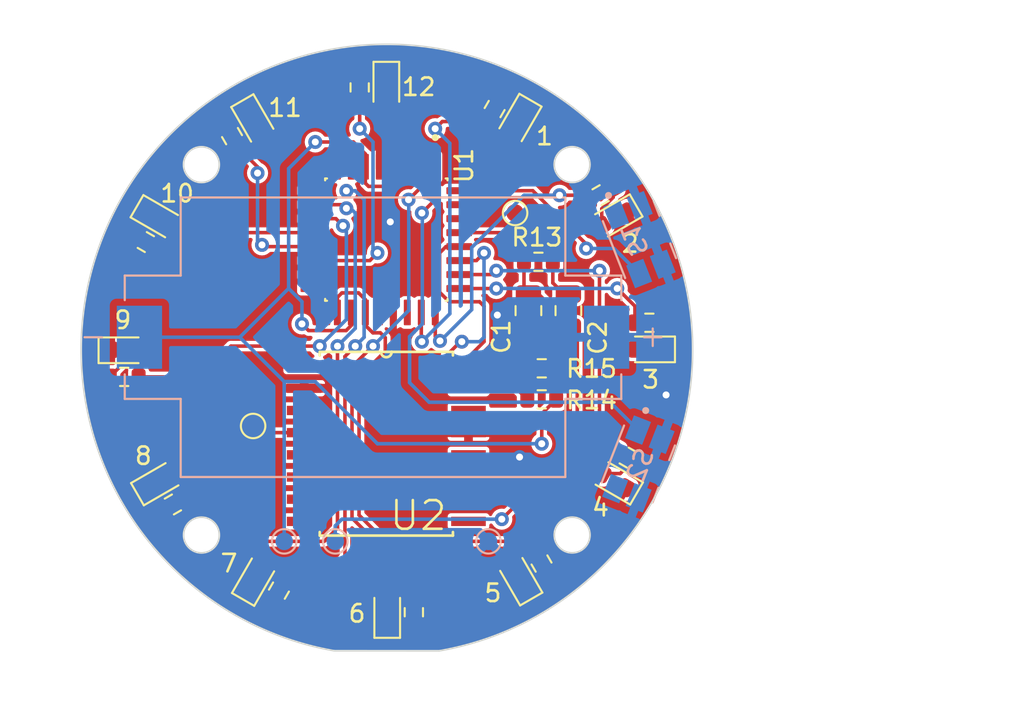
<source format=kicad_pcb>
(kicad_pcb (version 20221018) (generator pcbnew)
  (layers (0 "F.Cu" signal) (31 "B.Cu" signal) (34 "B.Paste" user) (35 "F.Paste" user) (36 "B.SilkS" user "B.Silkscreen") (37 "F.SilkS" user "F.Silkscreen") (38 "B.Mask" user) (39 "F.Mask" user) (44 "Edge.Cuts" user))
  (net 0 "")
  (net 1 "VCC")
  (net 2 "GND")
  (net 3 "/RST")
  (net 4 "/D-")
  (net 5 "Net-(D1-A)")
  (net 6 "Net-(D2-A)")
  (net 7 "Net-(D3-A)")
  (net 8 "Net-(D4-A)")
  (net 9 "Net-(D5-A)")
  (net 10 "Net-(D6-A)")
  (net 11 "Net-(D7-A)")
  (net 12 "Net-(D8-A)")
  (net 13 "Net-(D9-A)")
  (net 14 "Net-(D10-A)")
  (net 15 "Net-(D11-A)")
  (net 16 "Net-(D12-A)")
  (net 17 "/A0")
  (net 18 "/A1")
  (net 19 "/A2")
  (net 20 "/A3")
  (net 21 "/D13")
  (net 22 "/D4")
  (net 23 "/D5")
  (net 24 "/D6")
  (net 25 "/D7")
  (net 26 "/D8")
  (net 27 "/D9")
  (net 28 "/D10")
  (net 29 "/SDA")
  (net 30 "/SCL")
  (net 31 "/D2")
  (net 32 "/D3")
  (net 33 "Net-(U2-~RST)")
  (net 36 "/D11")
  (net 37 "/D12")
  (net 39 "/A7")
  (net 50 "/TXD")
  (net 51 "/RXD")
  (footprint "Resistor_SMD:R_0603_1608Metric" (layer "F.Cu") (at 141.719219 94.233002 120)
    (fp_text reference "R5" hide)
    (fp_text value "R")
    (pad "1" smd roundrect (at -0.825 0 120) (size 0.8 0.95) (layers "F.Cu" "F.Paste" "F.Mask") (net 9 "Net-(D5-A)"))
    (pad "2" smd roundrect (at 0.825 0 120) (size 0.8 0.95) (layers "F.Cu" "F.Paste" "F.Mask") (net 21 "/D13"))
  )
  (footprint "LED_SMD:LED_0603_1608Metric" (layer "F.Cu") (at 125.345403 69.022319 -60)
    (fp_text reference "D11" hide)
    (fp_text value "LED")
    (pad "1" smd roundrect (at -0.7875 -0.0254 300) (size 0.875 0.95) (layers "F.Cu" "F.Paste" "F.Mask") (net 2 "GND"))
    (pad "2" smd roundrect (at 0.7875 0 300) (size 0.875 0.95) (layers "F.Cu" "F.Paste" "F.Mask") (net 15 "Net-(D11-A)"))
  )
  (footprint "Resistor_SMD:R_0603_1608Metric" (layer "F.Cu") (at 117.8474 83.5494)
    (fp_text reference "R9" hide)
    (fp_text value "R")
    (pad "1" smd roundrect (at -0.825 0) (size 0.8 0.95) (layers "F.Cu" "F.Paste" "F.Mask") (net 13 "Net-(D9-A)"))
    (pad "2" smd roundrect (at 0.825 0) (size 0.8 0.95) (layers "F.Cu" "F.Paste" "F.Mask") (net 25 "/D7"))
  )
  (footprint "LED_SMD:LED_0603_1608Metric" (layer "F.Cu") (at 140.389397 94.977681 120)
    (fp_text reference "5" hide)
    (fp_text value "LED")
    (pad "1" smd roundrect (at -0.7875 -0.0254 120) (size 0.875 0.95) (layers "F.Cu" "F.Paste" "F.Mask") (net 2 "GND"))
    (pad "2" smd roundrect (at 0.7875 0 120) (size 0.875 0.95) (layers "F.Cu" "F.Paste" "F.Mask") (net 9 "Net-(D5-A)"))
  )
  (footprint "Resistor_SMD:R_0603_1608Metric" (layer "F.Cu") (at 131.318 66.98 -90)
    (fp_text reference "R12" hide)
    (fp_text value "R")
    (pad "1" smd roundrect (at -0.825 0 270) (size 0.8 0.95) (layers "F.Cu" "F.Paste" "F.Mask") (net 16 "Net-(D12-A)"))
    (pad "2" smd roundrect (at 0.825 0 270) (size 0.8 0.95) (layers "F.Cu" "F.Paste" "F.Mask") (net 28 "/D10"))
  )
  (footprint "TestPoint:TestPoint_Pad_D1.0mm" (layer "F.Cu") (at 125.222 86.36)
    (fp_text reference "TP6" hide)
    (fp_text value "TestPoint")
    (pad "1" smd circle (at 0 0) (size 1 1) (layers "F.Cu" "F.Mask") (net 33 "Net-(U2-~RST)"))
  )
  (footprint "LED_SMD:LED_0603_1608Metric" (layer "F.Cu") (at 145.870481 89.478003 150)
    (fp_text reference "4" hide)
    (fp_text value "LED")
    (pad "1" smd roundrect (at -0.7875 -0.0254 150) (size 0.875 0.95) (layers "F.Cu" "F.Paste" "F.Mask") (net 2 "GND"))
    (pad "2" smd roundrect (at 0.7875 0 150) (size 0.875 0.95) (layers "F.Cu" "F.Paste" "F.Mask") (net 8 "Net-(D4-A)"))
  )
  (footprint "Resistor_SMD:R_0603_1608Metric" (layer "F.Cu") (at 120.634398 90.851819 30)
    (fp_text reference "R8" hide)
    (fp_text value "R")
    (pad "1" smd roundrect (at -0.825 0 30) (size 0.8 0.95) (layers "F.Cu" "F.Paste" "F.Mask") (net 12 "Net-(D8-A)"))
    (pad "2" smd roundrect (at 0.825 0 30) (size 0.8 0.95) (layers "F.Cu" "F.Paste" "F.Mask") (net 24 "/D6"))
  )
  (footprint "LED_SMD:LED_0603_1608Metric" (layer "F.Cu") (at 132.842 67 -90)
    (fp_text reference "12" hide)
    (fp_text value "LED")
    (pad "1" smd roundrect (at -0.7875 -0.0254 270) (size 0.875 0.95) (layers "F.Cu" "F.Paste" "F.Mask") (net 2 "GND"))
    (pad "2" smd roundrect (at 0.7875 0 270) (size 0.875 0.95) (layers "F.Cu" "F.Paste" "F.Mask") (net 16 "Net-(D12-A)"))
  )
  (footprint "Resistor_SMD:R_0603_1608Metric" (layer "F.Cu") (at 145.100402 73.148181 -150)
    (fp_text reference "R2" hide)
    (fp_text value "R")
    (pad "1" smd roundrect (at -0.825 0 210) (size 0.8 0.95) (layers "F.Cu" "F.Paste" "F.Mask") (net 6 "Net-(D2-A)"))
    (pad "2" smd roundrect (at 0.825 0 210) (size 0.8 0.95) (layers "F.Cu" "F.Paste" "F.Mask") (net 18 "/A1"))
  )
  (footprint "Resistor_SMD:R_0603_1608Metric" (layer "F.Cu") (at 139.035581 68.217598 -120)
    (fp_text reference "R1" hide)
    (fp_text value "R")
    (pad "1" smd roundrect (at -0.825 0 240) (size 0.8 0.95) (layers "F.Cu" "F.Paste" "F.Mask") (net 5 "Net-(D1-A)"))
    (pad "2" smd roundrect (at 0.825 0 240) (size 0.8 0.95) (layers "F.Cu" "F.Paste" "F.Mask") (net 17 "/A0"))
  )
  (footprint "LED_SMD:LED_0603_1608Metric" (layer "F.Cu") (at 119.864319 74.521997 -30)
    (fp_text reference "D10" hide)
    (fp_text value "LED")
    (pad "1" smd roundrect (at -0.7875 -0.0254 330) (size 0.875 0.95) (layers "F.Cu" "F.Paste" "F.Mask") (net 2 "GND"))
    (pad "2" smd roundrect (at 0.7875 0 330) (size 0.875 0.95) (layers "F.Cu" "F.Paste" "F.Mask") (net 14 "Net-(D10-A)"))
  )
  (footprint "LED_SMD:LED_0603_1608Metric" (layer "F.Cu") (at 125.389397 95.003081 60)
    (fp_text reference "D7" hide)
    (fp_text value "LED")
    (pad "1" smd roundrect (at -0.7875 -0.0254 60) (size 0.875 0.95) (layers "F.Cu" "F.Paste" "F.Mask") (net 2 "GND"))
    (pad "2" smd roundrect (at 0.7875 0 60) (size 0.875 0.95) (layers "F.Cu" "F.Paste" "F.Mask") (net 11 "Net-(D7-A)"))
  )
  (footprint "Resistor_SMD:R_0603_1608Metric" (layer "F.Cu") (at 141.541 76.962 180)
    (fp_text reference "R13" (at 0.0884 1.397) (layer "F.SilkS"))
    (fp_text value "10K")
    (pad "1" smd roundrect (at -0.825 0 180) (size 0.8 0.95) (layers "F.Cu" "F.Paste" "F.Mask") (net 3 "/RST"))
    (pad "2" smd roundrect (at 0.825 0 180) (size 0.8 0.95) (layers "F.Cu" "F.Paste" "F.Mask") (net 1 "VCC"))
  )
  (footprint "Capacitor_SMD:C_0805_2012Metric" (layer "F.Cu") (at 143.256 79.756 -90)
    (fp_text reference "C2" (at 1.5494 -1.6764 90) (layer "F.SilkS"))
    (fp_text value "0.1uF")
    (pad "1" smd roundrect (at -0.95 0 270) (size 1 1.45) (layers "F.Cu" "F.Paste" "F.Mask") (net 3 "/RST"))
    (pad "2" smd roundrect (at 0.95 0 270) (size 1 1.45) (layers "F.Cu" "F.Paste" "F.Mask") (net 4 "/D-"))
  )
  (footprint "Resistor_SMD:R_0603_1608Metric" (layer "F.Cu") (at 141.732 84.836 180)
    (fp_text reference "R14" (at -2.8448 -0.0508) (layer "F.SilkS"))
    (fp_text value "10K")
    (pad "1" smd roundrect (at -0.825 0 180) (size 0.8 0.95) (layers "F.Cu" "F.Paste" "F.Mask") (net 1 "VCC"))
    (pad "2" smd roundrect (at 0.825 0 180) (size 0.8 0.95) (layers "F.Cu" "F.Paste" "F.Mask") (net 29 "/SDA"))
  )
  (footprint "IO_watch_cat_ball:DS3231" (layer "F.Cu") (at 132.842 87.376)
    (fp_text reference "U2" (at 1.8288 4.1148) (layer "F.SilkS") (effects (font (size 1.641268 1.641268))))
    (fp_text value "DS3231S")
    (pad "1" smd rect (at -4.699 -4.445) (size 1.9812 0.5334) (layers "F.Cu" "F.Paste" "F.Mask"))
    (pad "2" smd rect (at -4.699 -3.175) (size 1.9812 0.5334) (layers "F.Cu" "F.Paste" "F.Mask") (net 2 "GND"))
    (pad "3" smd rect (at -4.699 -1.905) (size 1.9812 0.5334) (layers "F.Cu" "F.Paste" "F.Mask"))
    (pad "4" smd rect (at -4.699 -0.635) (size 1.9812 0.5334) (layers "F.Cu" "F.Paste" "F.Mask") (net 33 "Net-(U2-~RST)"))
    (pad "5" smd rect (at -4.699 0.635) (size 1.9812 0.5334) (layers "F.Cu" "F.Paste" "F.Mask"))
    (pad "6" smd rect (at -4.699 1.905) (size 1.9812 0.5334) (layers "F.Cu" "F.Paste" "F.Mask"))
    (pad "7" smd rect (at -4.699 3.175) (size 1.9812 0.5334) (layers "F.Cu" "F.Paste" "F.Mask"))
    (pad "8" smd rect (at -4.699 4.445) (size 1.9812 0.5334) (layers "F.Cu" "F.Paste" "F.Mask"))
    (pad "9" smd rect (at 4.699 4.445) (size 1.9812 0.5334) (layers "F.Cu" "F.Paste" "F.Mask"))
    (pad "10" smd rect (at 4.699 3.175) (size 1.9812 0.5334) (layers "F.Cu" "F.Paste" "F.Mask"))
    (pad "11" smd rect (at 4.699 1.905) (size 1.9812 0.5334) (layers "F.Cu" "F.Paste" "F.Mask"))
    (pad "12" smd rect (at 4.699 0.635) (size 1.9812 0.5334) (layers "F.Cu" "F.Paste" "F.Mask"))
    (pad "13" smd rect (at 4.699 -0.635) (size 1.9812 0.5334) (layers "F.Cu" "F.Paste" "F.Mask") (net 2 "GND"))
    (pad "14" smd rect (at 4.699 -1.905) (size 1.9812 0.5334) (layers "F.Cu" "F.Paste" "F.Mask") (net 1 "VCC"))
    (pad "15" smd rect (at 4.699 -3.175) (size 1.9812 0.5334) (layers "F.Cu" "F.Paste" "F.Mask") (net 29 "/SDA"))
    (pad "16" smd rect (at 4.699 -4.445) (size 1.9812 0.5334) (layers "F.Cu" "F.Paste" "F.Mask") (net 30 "/SCL"))
  )
  (footprint "Resistor_SMD:R_0603_1608Metric" (layer "F.Cu") (at 126.699219 95.782402 60)
    (fp_text reference "R7" hide)
    (fp_text value "R")
    (pad "1" smd roundrect (at -0.825 0 60) (size 0.8 0.95) (layers "F.Cu" "F.Paste" "F.Mask") (net 11 "Net-(D7-A)"))
    (pad "2" smd roundrect (at 0.825 0 60) (size 0.8 0.95) (layers "F.Cu" "F.Paste" "F.Mask") (net 23 "/D5"))
  )
  (footprint "Resistor_SMD:R_0603_1608Metric" (layer "F.Cu") (at 134.4168 97.02 90)
    (fp_text reference "R6" hide)
    (fp_text value "R")
    (pad "1" smd roundrect (at -0.825 0 90) (size 0.8 0.95) (layers "F.Cu" "F.Paste" "F.Mask") (net 10 "Net-(D6-A)"))
    (pad "2" smd roundrect (at 0.825 0 90) (size 0.8 0.95) (layers "F.Cu" "F.Paste" "F.Mask") (net 22 "/D4"))
  )
  (footprint "Resistor_SMD:R_0603_1608Metric" (layer "F.Cu") (at 141.732 83.058)
    (fp_text reference "R15" (at 2.8448 0.0254) (layer "F.SilkS"))
    (fp_text value "10K")
    (pad "1" smd roundrect (at -0.825 0) (size 0.8 0.95) (layers "F.Cu" "F.Paste" "F.Mask") (net 30 "/SCL"))
    (pad "2" smd roundrect (at 0.825 0) (size 0.8 0.95) (layers "F.Cu" "F.Paste" "F.Mask") (net 1 "VCC"))
  )
  (footprint "Resistor_SMD:R_0603_1608Metric" (layer "F.Cu") (at 119.084998 75.831819 -30)
    (fp_text reference "R10" hide)
    (fp_text value "R")
    (pad "1" smd roundrect (at -0.825 0 330) (size 0.8 0.95) (layers "F.Cu" "F.Paste" "F.Mask") (net 14 "Net-(D10-A)"))
    (pad "2" smd roundrect (at 0.825 0 330) (size 0.8 0.95) (layers "F.Cu" "F.Paste" "F.Mask") (net 26 "/D8"))
  )
  (footprint "Resistor_SMD:R_0603_1608Metric" (layer "F.Cu") (at 147.8874 80.4506 180)
    (fp_text reference "R3" hide)
    (fp_text value "R")
    (pad "1" smd roundrect (at -0.825 0 180) (size 0.8 0.95) (layers "F.Cu" "F.Paste" "F.Mask") (net 7 "Net-(D3-A)"))
    (pad "2" smd roundrect (at 0.825 0 180) (size 0.8 0.95) (layers "F.Cu" "F.Paste" "F.Mask") (net 19 "/A2"))
  )
  (footprint "Resistor_SMD:R_0603_1608Metric" (layer "F.Cu") (at 146.649802 88.168181 150)
    (fp_text reference "R4" hide)
    (fp_text value "R")
    (pad "1" smd roundrect (at -0.825 0 150) (size 0.8 0.95) (layers "F.Cu" "F.Paste" "F.Mask") (net 8 "Net-(D4-A)"))
    (pad "2" smd roundrect (at 0.825 0 150) (size 0.8 0.95) (layers "F.Cu" "F.Paste" "F.Mask") (net 20 "/A3"))
  )
  (footprint "LED_SMD:LED_0603_1608Metric" (layer "F.Cu") (at 140.345403 68.996919 -120)
    (fp_text reference "1" hide)
    (fp_text value "LED")
    (pad "1" smd roundrect (at -0.7875 -0.0254 240) (size 0.875 0.95) (layers "F.Cu" "F.Paste" "F.Mask") (net 2 "GND"))
    (pad "2" smd roundrect (at 0.7875 0 240) (size 0.875 0.95) (layers "F.Cu" "F.Paste" "F.Mask") (net 5 "Net-(D1-A)"))
  )
  (footprint "Resistor_SMD:R_0603_1608Metric" (layer "F.Cu") (at 124.015581 69.766998 -60)
    (fp_text reference "R11" hide)
    (fp_text value "R")
    (pad "1" smd roundrect (at -0.825 0 300) (size 0.8 0.95) (layers "F.Cu" "F.Paste" "F.Mask") (net 15 "Net-(D11-A)"))
    (pad "2" smd roundrect (at 0.825 0 300) (size 0.8 0.95) (layers "F.Cu" "F.Paste" "F.Mask") (net 27 "/D9"))
  )
  (footprint "Capacitor_SMD:C_0805_2012Metric" (layer "F.Cu") (at 140.97 79.756 -90)
    (fp_text reference "C1" (at 1.4986 1.5494 90) (layer "F.SilkS"))
    (fp_text value "1uF")
    (pad "1" smd roundrect (at -0.95 0 270) (size 1 1.45) (layers "F.Cu" "F.Paste" "F.Mask") (net 1 "VCC"))
    (pad "2" smd roundrect (at 0.95 0 270) (size 1 1.45) (layers "F.Cu" "F.Paste" "F.Mask") (net 2 "GND"))
  )
  (footprint "IO_watch_cat_ball:atmega328P_shinked" (layer "F.Cu") (at 132.842 75.692 -90)
    (fp_text reference "U1" (at -4.2418 -4.445 -90) (layer "F.SilkS"))
    (fp_text value "ATMEGA328P-AU")
    (pad "1" smd roundrect (at -4.17 -2.8 270) (size 1.47 0.4) (layers "F.Cu" "F.Paste" "F.Mask") (roundrect_rratio 0.125) (net 32 "/D3"))
    (pad "2" smd roundrect (at -4.17 -2 270) (size 1.47 0.4) (layers "F.Cu" "F.Paste" "F.Mask") (roundrect_rratio 0.125) (net 22 "/D4"))
    (pad "3" smd roundrect (at -4.17 -1.2 270) (size 1.47 0.4) (layers "F.Cu" "F.Paste" "F.Mask") (roundrect_rratio 0.125) (net 2 "GND"))
    (pad "4" smd roundrect (at -4.17 -0.4 270) (size 1.47 0.4) (layers "F.Cu" "F.Paste" "F.Mask") (roundrect_rratio 0.125) (net 1 "VCC"))
    (pad "5" smd roundrect (at -4.17 0.4 270) (size 1.47 0.4) (layers "F.Cu" "F.Paste" "F.Mask") (roundrect_rratio 0.125) (net 2 "GND"))
    (pad "6" smd roundrect (at -4.17 1.2 270) (size 1.47 0.4) (layers "F.Cu" "F.Paste" "F.Mask") (roundrect_rratio 0.125) (net 1 "VCC"))
    (pad "7" smd roundrect (at -4.17 2 270) (size 1.47 0.4) (layers "F.Cu" "F.Paste" "F.Mask") (roundrect_rratio 0.125))
    (pad "8" smd roundrect (at -4.17 2.8 270) (size 1.47 0.4) (layers "F.Cu" "F.Paste" "F.Mask") (roundrect_rratio 0.125))
    (pad "9" smd roundrect (at -2.8 4.17 270) (size 0.4 1.47) (layers "F.Cu" "F.Paste" "F.Mask") (roundrect_rratio 0.125) (net 23 "/D5"))
    (pad "10" smd roundrect (at -2 4.17 270) (size 0.4 1.47) (layers "F.Cu" "F.Paste" "F.Mask") (roundrect_rratio 0.125) (net 24 "/D6"))
    (pad "11" smd roundrect (at -1.2 4.17 270) (size 0.4 1.47) (layers "F.Cu" "F.Paste" "F.Mask") (roundrect_rratio 0.125) (net 25 "/D7"))
    (pad "12" smd roundrect (at -0.4 4.17 270) (size 0.4 1.47) (layers "F.Cu" "F.Paste" "F.Mask") (roundrect_rratio 0.125) (net 26 "/D8"))
    (pad "13" smd roundrect (at 0.4 4.17 270) (size 0.4 1.47) (layers "F.Cu" "F.Paste" "F.Mask") (roundrect_rratio 0.125) (net 27 "/D9"))
    (pad "14" smd roundrect (at 1.2 4.17 270) (size 0.4 1.47) (layers "F.Cu" "F.Paste" "F.Mask") (roundrect_rratio 0.125) (net 28 "/D10"))
    (pad "15" smd roundrect (at 2 4.17 270) (size 0.4 1.47) (layers "F.Cu" "F.Paste" "F.Mask") (roundrect_rratio 0.125) (net 36 "/D11"))
    (pad "16" smd roundrect (at 2.8 4.17 270) (size 0.4 1.47) (layers "F.Cu" "F.Paste" "F.Mask") (roundrect_rratio 0.125) (net 37 "/D12"))
    (pad "17" smd roundrect (at 4.17 2.8 270) (size 1.47 0.4) (layers "F.Cu" "F.Paste" "F.Mask") (roundrect_rratio 0.125) (net 21 "/D13"))
    (pad "18" smd roundrect (at 4.17 2 270) (size 1.47 0.4) (layers "F.Cu" "F.Paste" "F.Mask") (roundrect_rratio 0.125) (net 1 "VCC"))
    (pad "19" smd roundrect (at 4.17 1.2 270) (size 1.47 0.4) (layers "F.Cu" "F.Paste" "F.Mask") (roundrect_rratio 0.125) (net 21 "/D13"))
    (pad "20" smd roundrect (at 4.17 0.4 270) (size 1.47 0.4) (layers "F.Cu" "F.Paste" "F.Mask") (roundrect_rratio 0.125))
    (pad "21" smd roundrect (at 4.17 -0.4 270) (size 1.47 0.4) (layers "F.Cu" "F.Paste" "F.Mask") (roundrect_rratio 0.125) (net 2 "GND"))
    (pad "22" smd roundrect (at 4.17 -1.2 270) (size 1.47 0.4) (layers "F.Cu" "F.Paste" "F.Mask") (roundrect_rratio 0.125) (net 39 "/A7"))
    (pad "23" smd roundrect (at 4.17 -2 270) (size 1.47 0.4) (layers "F.Cu" "F.Paste" "F.Mask") (roundrect_rratio 0.125) (net 17 "/A0"))
    (pad "24" smd roundrect (at 4.17 -2.8 270) (size 1.47 0.4) (layers "F.Cu" "F.Paste" "F.Mask") (roundrect_rratio 0.125) (net 18 "/A1"))
    (pad "25" smd roundrect (at 2.8 -4.17 270) (size 0.4 1.47) (layers "F.Cu" "F.Paste" "F.Mask") (roundrect_rratio 0.125) (net 19 "/A2"))
    (pad "26" smd roundrect (at 2 -4.17 270) (size 0.4 1.47) (layers "F.Cu" "F.Paste" "F.Mask") (roundrect_rratio 0.125) (net 20 "/A3"))
    (pad "27" smd roundrect (at 1.2 -4.17 270) (size 0.4 1.47) (layers "F.Cu" "F.Paste" "F.Mask") (roundrect_rratio 0.125) (net 29 "/SDA"))
    (pad "28" smd roundrect (at 0.4 -4.17 270) (size 0.4 1.47) (layers "F.Cu" "F.Paste" "F.Mask") (roundrect_rratio 0.125) (net 30 "/SCL"))
    (pad "29" smd roundrect (at -0.4 -4.17 270) (size 0.4 1.47) (layers "F.Cu" "F.Paste" "F.Mask") (roundrect_rratio 0.125) (net 3 "/RST"))
    (pad "30" smd roundrect (at -1.2 -4.17 270) (size 0.4 1.47) (layers "F.Cu" "F.Paste" "F.Mask") (roundrect_rratio 0.125) (net 51 "/RXD"))
    (pad "31" smd roundrect (at -2 -4.17 270) (size 0.4 1.47) (layers "F.Cu" "F.Paste" "F.Mask") (roundrect_rratio 0.125) (net 50 "/TXD"))
    (pad "32" smd roundrect (at -2.8 -4.17 270) (size 0.4 1.47) (layers "F.Cu" "F.Paste" "F.Mask") (roundrect_rratio 0.125) (net 31 "/D2"))
  )
  (footprint "TestPoint:TestPoint_Pad_D1.0mm" (layer "F.Cu") (at 140.208 74.168)
    (fp_text reference "TP7" hide)
    (fp_text value "TestPoint")
    (pad "1" smd circle (at 0 0) (size 1 1) (layers "F.Cu" "F.Mask") (net 3 "/RST"))
  )
  (footprint "LED_SMD:LED_0603_1608Metric" (layer "F.Cu") (at 147.8674 81.9746 180)
    (fp_text reference "3" hide)
    (fp_text value "LED")
    (pad "1" smd roundrect (at -0.7875 -0.0254 180) (size 0.875 0.95) (layers "F.Cu" "F.Paste" "F.Mask") (net 2 "GND"))
    (pad "2" smd roundrect (at 0.7875 0 180) (size 0.875 0.95) (layers "F.Cu" "F.Paste" "F.Mask") (net 7 "Net-(D3-A)"))
  )
  (footprint "LED_SMD:LED_0603_1608Metric" (layer "F.Cu") (at 119.889719 89.521997 30)
    (fp_text reference "D8" hide)
    (fp_text value "LED")
    (pad "1" smd roundrect (at -0.7875 -0.0254 30) (size 0.875 0.95) (layers "F.Cu" "F.Paste" "F.Mask") (net 2 "GND"))
    (pad "2" smd roundrect (at 0.7875 0 30) (size 0.875 0.95) (layers "F.Cu" "F.Paste" "F.Mask") (net 12 "Net-(D8-A)"))
  )
  (footprint "LED_SMD:LED_0603_1608Metric" (layer "F.Cu") (at 132.8928 97 90)
    (fp_text reference "D6" hide)
    (fp_text value "LED")
    (pad "1" smd roundrect (at -0.7875 -0.0254 90) (size 0.875 0.95) (layers "F.Cu" "F.Paste" "F.Mask") (net 2 "GND"))
    (pad "2" smd roundrect (at 0.7875 0 90) (size 0.875 0.95) (layers "F.Cu" "F.Paste" "F.Mask") (net 10 "Net-(D6-A)"))
  )
  (footprint "LED_SMD:LED_0603_1608Metric" (layer "F.Cu") (at 117.8674 82.0254)
    (fp_text reference "D9" hide)
    (fp_text value "LED")
    (pad "1" smd roundrect (at -0.7875 -0.0254) (size 0.875 0.95) (layers "F.Cu" "F.Paste" "F.Mask") (net 2 "GND"))
    (pad "2" smd roundrect (at 0.7875 0) (size 0.875 0.95) (layers "F.Cu" "F.Paste" "F.Mask") (net 13 "Net-(D9-A)"))
  )
  (footprint "LED_SMD:LED_0603_1608Metric" (layer "F.Cu") (at 145.845081 74.478003 -150)
    (fp_text reference "2" hide)
    (fp_text value "LED")
    (pad "1" smd roundrect (at -0.7875 -0.0254 210) (size 0.875 0.95) (layers "F.Cu" "F.Paste" "F.Mask") (net 2 "GND"))
    (pad "2" smd roundrect (at 0.7875 0 210) (size 0.875 0.95) (layers "F.Cu" "F.Paste" "F.Mask") (net 6 "Net-(D2-A)"))
  )
  (footprint "IO_watch_cat_ball:SW_EVQ-P7A01P" (layer "B.Cu") (at 147.32 75.692 -68.6)
    (fp_text reference "S1" (at -0.120482 0.307435 111.4) (layer "B.SilkS") (effects (justify mirror)))
    (fp_text value "EVQ-P7A01P")
    (pad "1_1" smd rect (at -1.8 0.725 291.4) (size 1.4 1.05) (layers "B.Cu" "B.Paste" "B.Mask") (net 31 "/D2"))
    (pad "1_2" smd rect (at 1.8 0.725 291.4) (size 1.4 1.05) (layers "B.Cu" "B.Paste" "B.Mask") (net 31 "/D2"))
    (pad "2_1" smd rect (at -1.8 -0.725 291.4) (size 1.4 1.05) (layers "B.Cu" "B.Paste" "B.Mask") (net 2 "GND"))
    (pad "2_2" smd rect (at 1.8 -0.725 291.4) (size 1.4 1.05) (layers "B.Cu" "B.Paste" "B.Mask") (net 2 "GND"))
  )
  (footprint "TestPoint:TestPoint_Pad_D1.0mm" (layer "B.Cu") (at 138.684 92.964 180)
    (fp_text reference "TP5" hide)
    (fp_text value "TestPoint")
    (pad "1" smd circle (at 0 0 180) (size 1 1) (layers "B.Cu" "B.Mask") (net 2 "GND"))
  )
  (footprint "IO_watch_cat_ball:BAT_1060TR" (layer "B.Cu") (at 132.08 81.28 180)
    (fp_text reference "BT1" hide)
    (fp_text value "1060TR")
    (pad "N" smd rect (at 13.36 0 180) (size 2.59 3.61) (layers "B.Cu" "B.Paste" "B.Mask") (net 1 "VCC"))
    (pad "P" smd rect (at -13.36 0 180) (size 2.59 3.61) (layers "B.Cu" "B.Paste" "B.Mask") (net 2 "GND"))
  )
  (footprint "IO_watch_cat_ball:SW_EVQ-P7A01P" (layer "B.Cu") (at 147.258206 88.533365 -111.4)
    (fp_text reference "S2" (at 0.016489 -0.127393 68.6) (layer "B.SilkS") (effects (justify mirror)))
    (fp_text value "EVQ-P7A01P")
    (pad "1_1" smd rect (at -1.8 0.725 248.6) (size 1.4 1.05) (layers "B.Cu" "B.Paste" "B.Mask") (net 32 "/D3"))
    (pad "1_2" smd rect (at 1.8 0.725 248.6) (size 1.4 1.05) (layers "B.Cu" "B.Paste" "B.Mask") (net 32 "/D3"))
    (pad "2_1" smd rect (at -1.8 -0.725 248.6) (size 1.4 1.05) (layers "B.Cu" "B.Paste" "B.Mask") (net 2 "GND"))
    (pad "2_2" smd rect (at 1.8 -0.725 248.6) (size 1.4 1.05) (layers "B.Cu" "B.Paste" "B.Mask") (net 2 "GND"))
  )
  (footprint "TestPoint:TestPoint_Pad_D1.0mm" (layer "B.Cu") (at 127 92.964 180)
    (fp_text reference "TP1" hide)
    (fp_text value "TestPoint")
    (pad "1" smd circle (at 0 0 180) (size 1 1) (layers "B.Cu" "B.Mask") (net 1 "VCC"))
  )
  (footprint "TestPoint:TestPoint_Pad_D1.0mm" (layer "B.Cu") (at 129.921 92.964 180)
    (fp_text reference "TP2" hide)
    (fp_text value "TestPoint")
    (pad "1" smd circle (at 0 0 180) (size 1 1) (layers "B.Cu" "B.Mask") (net 4 "/D-"))
  )
  (gr_circle (center 122.2674 92.6026) (end 123.0974 92.0026) (stroke (width 0.1)) (fill none) (layer "Edge.Cuts"))
  (gr_circle (center 122.2648 71.4) (end 123.0948 70.8) (stroke (width 0.1)) (fill none) (layer "Edge.Cuts"))
  (gr_circle (center 143.47 92.6) (end 144.3 92) (stroke (width 0.1)) (fill none) (layer "Edge.Cuts"))
  (gr_line (start 129.8674 99.225) (end 135.867846 99.227569) (stroke (width 0.1)) (layer "Edge.Cuts"))
  (gr_circle (center 143.4674 71.3974) (end 144.2974 70.7974) (stroke (width 0.1)) (fill none) (layer "Edge.Cuts"))
  (gr_arc (start 129.8674 99.225) (mid 132.882488 64.514399) (end 135.867846 99.227569) (stroke (width 0.1)) (layer "Edge.Cuts"))
  (gr_text "3" (at 147.9638 83.7018) (layer "F.SilkS") (effects (font (size 1 1))))
  (gr_text "1" (at 141.889402 69.777034) (layer "F.SilkS") (effects (font (size 1 1))))
  (gr_text "12" (at 134.6962 66.9544) (layer "F.SilkS") (effects (font (size 1 1))))
  (gr_text "7" (at 123.845398 94.222966) (layer "F.SilkS") (effects (font (size 1 1))))
  (gr_text "10" (at 120.8786 73.0504) (layer "F.SilkS") (effects (font (size 1 1))))
  (gr_text "8" (at 118.942634 88.074398) (layer "F.SilkS") (effects (font (size 1 1))))
  (gr_text "2" (at 146.792166 75.925602) (layer "F.SilkS") (effects (font (size 1 1))))
  (gr_text "6" (at 131.1656 97.0964) (layer "F.SilkS") (effects (font (size 1 1))))
  (gr_text "4" (at 145.090366 91.022002) (layer "F.SilkS") (effects (font (size 1 1))))
  (gr_text "9" (at 117.771 80.2982) (layer "F.SilkS") (effects (font (size 1 1))))
  (gr_text "11" (at 127.0508 68.1482) (layer "F.SilkS") (effects (font (size 1 1))))
  (gr_text "5" (at 138.941798 95.924766) (layer "F.SilkS") (effects (font (size 1 1))))
  (segment (start 137.6826 85.6126) (end 141.7804 85.6126) (width 0.2032) (layer "F.Cu") (net 1))
  (segment (start 141.7804 85.6126) (end 142.557 84.836) (width 0.2032) (layer "F.Cu") (net 1))
  (segment (start 142.24 80.209992) (end 142.2294 80.220592) (width 0.2032) (layer "F.Cu") (net 1))
  (segment (start 142.557 83.312) (end 142.557 84.836) (width 0.2032) (layer "F.Cu") (net 1))
  (segment (start 130.5404 80.8986) (end 128.3966 80.8986) (width 0.2032) (layer "F.Cu") (net 1))
  (segment (start 142.24 79.502) (end 142.24 80.209992) (width 0.2032) (layer "F.Cu") (net 1))
  (segment (start 137.541 85.471) (end 137.6826 85.6126) (width 0.2032) (layer "F.Cu") (net 1))
  (segment (start 128.3966 80.8986) (end 128.016 80.518) (width 0.2032) (layer "F.Cu") (net 1))
  (segment (start 141.544 78.806) (end 142.24 79.502) (width 0.2032) (layer "F.Cu") (net 1))
  (segment (start 130.959 70.104) (end 128.778 70.104) (width 0.2032) (layer "F.Cu") (net 1))
  (segment (start 130.842 80.597) (end 130.5404 80.8986) (width 0.2032) (layer "F.Cu") (net 1))
  (segment (start 142.2294 81.191408) (end 142.24 81.202008) (width 0.2032) (layer "F.Cu") (net 1))
  (segment (start 141.732 85.661) (end 141.7804 85.6126) (width 0.2032) (layer "F.Cu") (net 1))
  (segment (start 131.642 72.46) (end 131.642 71.522) (width 0.2032) (layer "F.Cu") (net 1))
  (segment (start 130.842 79.862) (end 130.842 80.597) (width 0.2032) (layer "F.Cu") (net 1))
  (segment (start 141.732 87.376) (end 141.732 85.661) (width 0.2032) (layer "F.Cu") (net 1))
  (segment (start 137.093398 85.471) (end 137.541 85.471) (width 0.2032) (layer "F.Cu") (net 1))
  (segment (start 131.826 72.644) (end 131.642 72.46) (width 0.2032) (layer "F.Cu") (net 1))
  (segment (start 142.24 81.202008) (end 142.24 82.995) (width 0.2032) (layer "F.Cu") (net 1))
  (segment (start 140.716 78.806) (end 141.544 78.806) (width 0.2032) (layer "F.Cu") (net 1))
  (segment (start 131.642 70.787) (end 130.959 70.104) (width 0.2032) (layer "F.Cu") (net 1))
  (segment (start 131.642 71.522) (end 131.642 70.787) (width 0.2032) (layer "F.Cu") (net 1))
  (segment (start 140.716 76.962) (end 140.716 78.806) (width 0.2032) (layer "F.Cu") (net 1))
  (segment (start 133.242 72.498) (end 133.096 72.644) (width 0.2032) (layer "F.Cu") (net 1))
  (segment (start 142.24 82.995) (end 142.557 83.312) (width 0.2032) (layer "F.Cu") (net 1))
  (segment (start 133.096 72.644) (end 131.826 72.644) (width 0.2032) (layer "F.Cu") (net 1))
  (segment (start 142.2294 80.220592) (end 142.2294 81.191408) (width 0.2032) (layer "F.Cu") (net 1))
  (segment (start 133.242 71.522) (end 133.242 72.498) (width 0.2032) (layer "F.Cu") (net 1))
  (via (at 128.016 80.518) (size 0.8) (drill 0.4) (layers "F.Cu" "B.Cu") (net 1))
  (via (at 141.732 87.376) (size 0.8) (drill 0.4) (layers "F.Cu" "B.Cu") (net 1))
  (via (at 128.778 70.104) (size 0.8) (drill 0.4) (layers "F.Cu" "B.Cu") (net 1))
  (segment (start 124.46 81.28) (end 127 83.82) (width 0.2032) (layer "B.Cu") (net 1))
  (segment (start 136.33579 87.376) (end 141.732 87.376) (width 0.2032) (layer "B.Cu") (net 1))
  (segment (start 128.016 79.248) (end 127.254 78.486) (width 0.2032) (layer "B.Cu") (net 1))
  (segment (start 124.46 81.28) (end 118.72 81.28) (width 0.2032) (layer "B.Cu") (net 1))
  (segment (start 128.016 80.518) (end 128.016 79.248) (width 0.2032) (layer "B.Cu") (net 1))
  (segment (start 128.778 83.82) (end 127 83.82) (width 0.2032) (layer "B.Cu") (net 1))
  (segment (start 132.334 87.376) (end 128.778 83.82) (width 0.2032) (layer "B.Cu") (net 1))
  (segment (start 127 83.82) (end 127 92.964) (width 0.2032) (layer "B.Cu") (net 1))
  (segment (start 136.33579 87.376) (end 132.334 87.376) (width 0.2032) (layer "B.Cu") (net 1))
  (segment (start 127.254 71.628) (end 127.254 78.486) (width 0.2032) (layer "B.Cu") (net 1))
  (segment (start 128.778 70.104) (end 127.254 71.628) (width 0.2032) (layer "B.Cu") (net 1))
  (segment (start 127.254 78.486) (end 124.46 81.28) (width 0.2032) (layer "B.Cu") (net 1))
  (via (at 140.462 88.138) (size 0.8) (drill 0.4) (layers "F.Cu" "B.Cu") (net 2))
  (via (at 133.0676 74.676) (size 0.8) (drill 0.4) (layers "F.Cu" "B.Cu") (net 2))
  (via (at 139.192 80.01) (size 0.8) (drill 0.4) (layers "F.Cu" "B.Cu") (net 2))
  (via (at 148.844 84.582) (size 0.8) (drill 0.4) (layers "F.Cu" "B.Cu") (net 2))
  (segment (start 137.012 75.292) (end 141.84 75.292) (width 0.2032) (layer "F.Cu") (net 3))
  (segment (start 142.366 76.962) (end 142.366 78.17) (width 0.2032) (layer "F.Cu") (net 3))
  (segment (start 141.84 75.038) (end 140.97 74.168) (width 0.2032) (layer "F.Cu") (net 3))
  (segment (start 142.366 78.17) (end 143.002 78.806) (width 0.2032) (layer "F.Cu") (net 3))
  (segment (start 140.97 74.168) (end 140.208 74.168) (width 0.2032) (layer "F.Cu") (net 3))
  (segment (start 141.84 75.292) (end 141.84 75.038) (width 0.2032) (layer "F.Cu") (net 3))
  (segment (start 141.84 75.292) (end 142.366 75.818) (width 0.2032) (layer "F.Cu") (net 3))
  (segment (start 142.366 75.818) (end 142.366 76.962) (width 0.2032) (layer "F.Cu") (net 3))
  (segment (start 143.764 87.376) (end 143.764 81.468) (width 0.2032) (layer "F.Cu") (net 4))
  (segment (start 143.764 81.468) (end 143.002 80.706) (width 0.2032) (layer "F.Cu") (net 4))
  (segment (start 139.446 91.694) (end 143.764 87.376) (width 0.2032) (layer "F.Cu") (net 4))
  (via (at 139.446 91.694) (size 0.8) (drill 0.4) (layers "F.Cu" "B.Cu") (net 4))
  (segment (start 129.921 92.964) (end 129.921 92.075) (width 0.2032) (layer "B.Cu") (net 4))
  (segment (start 129.921 92.075) (end 130.302 91.694) (width 0.2032) (layer "B.Cu") (net 4))
  (segment (start 130.302 91.694) (end 139.446 91.694) (width 0.2032) (layer "B.Cu") (net 4))
  (segment (start 139.795805 67.850851) (end 139.795805 69.523066) (width 0.2032) (layer "F.Cu") (net 5))
  (segment (start 139.448081 67.503127) (end 139.795805 67.850851) (width 0.2032) (layer "F.Cu") (net 5))
  (segment (start 139.795805 69.523066) (end 139.951653 69.678914) (width 0.2032) (layer "F.Cu") (net 5))
  (segment (start 145.814873 72.735681) (end 145.814873 73.272927) (width 0.2032) (layer "F.Cu") (net 6))
  (segment (start 145.163086 73.924714) (end 145.163086 74.871753) (width 0.2032) (layer "F.Cu") (net 6))
  (segment (start 145.814873 73.272927) (end 145.163086 73.924714) (width 0.2032) (layer "F.Cu") (net 6))
  (segment (start 148.6039 80.4506) (end 147.0799 81.9746) (width 0.3048) (layer "F.Cu") (net 7))
  (segment (start 148.7124 80.4506) (end 148.6039 80.4506) (width 0.3048) (layer "F.Cu") (net 7))
  (segment (start 146.217412 89.084253) (end 146.720984 88.580681) (width 0.2032) (layer "F.Cu") (net 8))
  (segment (start 145.188486 89.084253) (end 146.217412 89.084253) (width 0.2032) (layer "F.Cu") (net 8))
  (segment (start 146.720984 88.580681) (end 147.364273 88.580681) (width 0.2032) (layer "F.Cu") (net 8))
  (segment (start 139.995647 94.295686) (end 140.315919 94.615958) (width 0.2032) (layer "F.Cu") (net 9))
  (segment (start 140.315919 94.615958) (end 141.800204 94.615958) (width 0.2032) (layer "F.Cu") (net 9))
  (segment (start 141.800204 94.615958) (end 142.131719 94.947473) (width 0.2032) (layer "F.Cu") (net 9))
  (segment (start 132.8928 96.321) (end 134.4168 97.845) (width 0.2032) (layer "F.Cu") (net 10))
  (segment (start 132.8928 96.2125) (end 132.8928 96.321) (width 0.2032) (layer "F.Cu") (net 10))
  (segment (start 125.783147 95.350012) (end 126.286719 95.853584) (width 0.2032) (layer "F.Cu") (net 11))
  (segment (start 125.783147 94.321086) (end 125.783147 95.350012) (width 0.2032) (layer "F.Cu") (net 11))
  (segment (start 126.286719 95.853584) (end 126.286719 96.496873) (width 0.2032) (layer "F.Cu") (net 11))
  (segment (start 120.251442 89.448519) (end 120.251442 90.932804) (width 0.2032) (layer "F.Cu") (net 12))
  (segment (start 120.571714 89.128247) (end 120.251442 89.448519) (width 0.2032) (layer "F.Cu") (net 12))
  (segment (start 120.251442 90.932804) (end 119.919927 91.264319) (width 0.2032) (layer "F.Cu") (net 12))
  (segment (start 118.6549 82.0254) (end 118.5464 82.0254) (width 0.2032) (layer "F.Cu") (net 13))
  (segment (start 118.5464 82.0254) (end 117.0224 83.5494) (width 0.2032) (layer "F.Cu") (net 13))
  (segment (start 120.390466 75.071595) (end 120.546314 74.915747) (width 0.2032) (layer "F.Cu") (net 14))
  (segment (start 118.718251 75.071595) (end 120.390466 75.071595) (width 0.2032) (layer "F.Cu") (net 14))
  (segment (start 118.370527 75.419319) (end 118.718251 75.071595) (width 0.2032) (layer "F.Cu") (net 14))
  (segment (start 124.140327 69.052527) (end 124.792114 69.704314) (width 0.2032) (layer "F.Cu") (net 15))
  (segment (start 123.603081 69.052527) (end 124.140327 69.052527) (width 0.2032) (layer "F.Cu") (net 15))
  (segment (start 124.792114 69.704314) (end 125.739153 69.704314) (width 0.2032) (layer "F.Cu") (net 15))
  (segment (start 131.318 66.155) (end 131.318 66.2635) (width 0.3048) (layer "F.Cu") (net 16))
  (segment (start 131.318 66.2635) (end 132.842 67.7875) (width 0.3048) (layer "F.Cu") (net 16))
  (segment (start 134.842 79.862) (end 134.842 81.502) (width 0.2032) (layer "F.Cu") (net 17))
  (segment (start 136.045931 68.932069) (end 138.623081 68.932069) (width 0.2032) (layer "F.Cu") (net 17))
  (segment (start 134.842 81.502) (end 134.874 81.534) (width 0.2032) (layer "F.Cu") (net 17))
  (segment (start 135.636 69.342) (end 136.045931 68.932069) (width 0.2032) (layer "F.Cu") (net 17))
  (via (at 134.874 81.534) (size 0.8) (drill 0.4) (layers "F.Cu" "B.Cu") (net 17))
  (via (at 135.636 69.342) (size 0.8) (drill 0.4) (layers "F.Cu" "B.Cu") (net 17))
  (segment (start 136.475 79.933) (end 136.475 70.181) (width 0.2032) (layer "B.Cu") (net 17))
  (segment (start 136.475 70.181) (end 135.636 69.342) (width 0.2032) (layer "B.Cu") (net 17))
  (segment (start 134.874 81.534) (end 136.475 79.933) (width 0.2032) (layer "B.Cu") (net 17))
  (segment (start 135.910241 81.489972) (end 135.642 81.221731) (width 0.2032) (layer "F.Cu") (net 18))
  (segment (start 142.748 73.152) (end 143.97725 73.152) (width 0.2032) (layer "F.Cu") (net 18))
  (segment (start 143.97725 73.152) (end 144.385931 73.560681) (width 0.2032) (layer "F.Cu") (net 18))
  (segment (start 135.642 81.221731) (end 135.642 79.862) (width 0.2032) (layer "F.Cu") (net 18))
  (via (at 142.748 73.152) (size 0.8) (drill 0.4) (layers "F.Cu" "B.Cu") (net 18))
  (via (at 135.910241 81.489972) (size 0.8) (drill 0.4) (layers "F.Cu" "B.Cu") (net 18))
  (segment (start 140.716 73.152) (end 142.748 73.152) (width 0.2032) (layer "B.Cu") (net 18))
  (segment (start 135.910241 81.489972) (end 135.934028 81.489972) (width 0.2032) (layer "B.Cu") (net 18))
  (segment (start 137.725 79.699) (end 137.725 76.143) (width 0.2032) (layer "B.Cu") (net 18))
  (segment (start 137.725 76.143) (end 140.716 73.152) (width 0.2032) (layer "B.Cu") (net 18))
  (segment (start 135.934028 81.489972) (end 137.725 79.699) (width 0.2032) (layer "B.Cu") (net 18))
  (segment (start 147.0624 79.4984) (end 147.0624 80.4506) (width 0.2032) (layer "F.Cu") (net 19))
  (segment (start 139.1316 78.492) (end 137.012 78.492) (width 0.2032) (layer "F.Cu") (net 19))
  (segment (start 146.05 78.486) (end 147.0624 79.4984) (width 0.2032) (layer "F.Cu") (net 19))
  (via (at 139.1316 78.492) (size 0.8) (drill 0.4) (layers "F.Cu" "B.Cu") (net 19))
  (via (at 146.05 78.486) (size 0.8) (drill 0.4) (layers "F.Cu" "B.Cu") (net 19))
  (segment (start 146.05 78.486) (end 139.1376 78.486) (width 0.2032) (layer "B.Cu") (net 19))
  (segment (start 139.1376 78.486) (end 139.1316 78.492) (width 0.2032) (layer "B.Cu") (net 19))
  (segment (start 145.034 86.85435) (end 145.935331 87.755681) (width 0.2032) (layer "F.Cu") (net 20))
  (segment (start 139.1316 77.47) (end 138.9096 77.692) (width 0.2032) (layer "F.Cu") (net 20))
  (segment (start 145.034 77.47) (end 145.034 86.85435) (width 0.2032) (layer "F.Cu") (net 20))
  (segment (start 138.9096 77.692) (end 137.012 77.692) (width 0.2032) (layer "F.Cu") (net 20))
  (via (at 139.1316 77.47) (size 0.8) (drill 0.4) (layers "F.Cu" "B.Cu") (net 20))
  (via (at 145.034 77.47) (size 0.8) (drill 0.4) (layers "F.Cu" "B.Cu") (net 20))
  (segment (start 139.1316 77.47) (end 145.034 77.47) (width 0.2032) (layer "B.Cu") (net 20))
  (segment (start 131.2814 83.578813) (end 131.2814 91.46119) (width 0.2032) (layer "F.Cu") (net 21))
  (segment (start 132.071 81.026) (end 132.501 81.026) (width 0.2032) (layer "F.Cu") (net 21))
  (segment (start 132.78421 92.964) (end 140.752188 92.964) (width 0.2032) (layer "F.Cu") (net 21))
  (segment (start 130.042 79) (end 130.302 78.74) (width 0.2032) (layer "F.Cu") (net 21))
  (segment (start 132.7816 82.078613) (end 131.2814 83.578813) (width 0.2032) (layer "F.Cu") (net 21))
  (segment (start 130.042 79.862) (end 130.042 79) (width 0.2032) (layer "F.Cu") (net 21))
  (segment (start 132.7816 81.3066) (end 132.7816 82.078613) (width 0.2032) (layer "F.Cu") (net 21))
  (segment (start 131.642 80.597) (end 132.071 81.026) (width 0.2032) (layer "F.Cu") (net 21))
  (segment (start 132.501 81.026) (end 132.7816 81.3066) (width 0.2032) (layer "F.Cu") (net 21))
  (segment (start 140.752188 92.964) (end 141.306719 93.518531) (width 0.2032) (layer "F.Cu") (net 21))
  (segment (start 131.642 79.127) (end 131.642 79.862) (width 0.2032) (layer "F.Cu") (net 21))
  (segment (start 131.255 78.74) (end 131.642 79.127) (width 0.2032) (layer "F.Cu") (net 21))
  (segment (start 130.302 78.74) (end 131.255 78.74) (width 0.2032) (layer "F.Cu") (net 21))
  (segment (start 131.642 79.862) (end 131.642 80.597) (width 0.2032) (layer "F.Cu") (net 21))
  (segment (start 131.2814 91.46119) (end 132.78421 92.964) (width 0.2032) (layer "F.Cu") (net 21))
  (segment (start 134.4168 95.1668) (end 134.4168 96.195) (width 0.2032) (layer "F.Cu") (net 22))
  (segment (start 134.842 71.522) (end 134.842 72.676) (width 0.2032) (layer "F.Cu") (net 22))
  (segment (start 130.8782 82.9718) (end 130.8782 91.6282) (width 0.2032) (layer "F.Cu") (net 22))
  (segment (start 132.062 81.788) (end 130.8782 82.9718) (width 0.2032) (layer "F.Cu") (net 22))
  (segment (start 132.08 81.788) (end 132.062 81.788) (width 0.2032) (layer "F.Cu") (net 22))
  (segment (start 130.8782 91.6282) (end 134.4168 95.1668) (width 0.2032) (layer "F.Cu") (net 22))
  (segment (start 134.842 72.676) (end 134.112 73.406) (width 0.2032) (layer "F.Cu") (net 22))
  (via (at 134.112 73.406) (size 0.8) (drill 0.4) (layers "F.Cu" "B.Cu") (net 22))
  (via (at 132.08 81.788) (size 0.8) (drill 0.4) (layers "F.Cu" "B.Cu") (net 22))
  (segment (start 134.125 79.743) (end 134.125 73.419) (width 0.2032) (layer "B.Cu") (net 22))
  (segment (start 134.125 73.419) (end 134.112 73.406) (width 0.2032) (layer "B.Cu") (net 22))
  (segment (start 132.08 81.788) (end 134.125 79.743) (width 0.2032) (layer "B.Cu") (net 22))
  (segment (start 130.475 93.875) (end 129.282069 95.067931) (width 0.2032) (layer "F.Cu") (net 23))
  (segment (start 130.55 72.892) (end 130.556 72.898) (width 0.2032) (layer "F.Cu") (net 23))
  (segment (start 129.282069 95.067931) (end 127.111719 95.067931) (width 0.2032) (layer "F.Cu") (net 23))
  (segment (start 131.064 81.788) (end 130.475 82.377) (width 0.2032) (layer "F.Cu") (net 23))
  (segment (start 130.475 82.377) (end 130.475 93.875) (width 0.2032) (layer "F.Cu") (net 23))
  (via (at 131.064 81.788) (size 0.8) (drill 0.4) (layers "F.Cu" "B.Cu") (net 23))
  (via (at 130.556 72.898) (size 0.8) (drill 0.4) (layers "F.Cu" "B.Cu") (net 23))
  (segment (start 131.064 72.898) (end 130.556 72.898) (width 0.2032) (layer "B.Cu") (net 23))
  (segment (start 131.572 73.406) (end 131.064 72.898) (width 0.2032) (layer "B.Cu") (net 23))
  (segment (start 131.064 81.788) (end 131.572 81.28) (width 0.2032) (layer "B.Cu") (net 23))
  (segment (start 131.572 81.28) (end 131.572 73.406) (width 0.2032) (layer "B.Cu") (net 23))
  (segment (start 123.439319 90.439319) (end 121.348869 90.439319) (width 0.2032) (layer "F.Cu") (net 24))
  (segment (start 130.048 92.202) (end 129.286 92.964) (width 0.2032) (layer "F.Cu") (net 24))
  (segment (start 130.048 81.788) (end 130.048 92.202) (width 0.2032) (layer "F.Cu") (net 24))
  (segment (start 130.556 73.898003) (end 130.349997 73.692) (width 0.2032) (layer "F.Cu") (net 24))
  (segment (start 130.349997 73.692) (end 128.672 73.692) (width 0.2032) (layer "F.Cu") (net 24))
  (segment (start 125.964 92.964) (end 123.439319 90.439319) (width 0.2032) (layer "F.Cu") (net 24))
  (segment (start 129.286 92.964) (end 125.964 92.964) (width 0.2032) (layer "F.Cu") (net 24))
  (via (at 130.048 81.788) (size 0.8) (drill 0.4) (layers "F.Cu" "B.Cu") (net 24))
  (via (at 130.556 73.898003) (size 0.8) (drill 0.4) (layers "F.Cu" "B.Cu") (net 24))
  (segment (start 130.794003 73.898003) (end 130.556 73.898003) (width 0.2032) (layer "B.Cu") (net 24))
  (segment (start 130.048 81.788) (end 131.064 80.772) (width 0.2032) (layer "B.Cu") (net 24))
  (segment (start 131.064 80.772) (end 131.064 74.168) (width 0.2032) (layer "B.Cu") (net 24))
  (segment (start 131.064 74.168) (end 130.794003 73.898003) (width 0.2032) (layer "B.Cu") (net 24))
  (segment (start 129.956394 74.492) (end 128.672 74.492) (width 0.2032) (layer "F.Cu") (net 25))
  (segment (start 122.1906 83.5494) (end 118.6724 83.5494) (width 0.2032) (layer "F.Cu") (net 25))
  (segment (start 129.032 81.788) (end 123.952 81.788) (width 0.2032) (layer "F.Cu") (net 25))
  (segment (start 123.952 81.788) (end 122.1906 83.5494) (width 0.2032) (layer "F.Cu") (net 25))
  (segment (start 130.3624 74.898006) (end 129.956394 74.492) (width 0.2032) (layer "F.Cu") (net 25))
  (via (at 130.3624 74.898006) (size 0.8) (drill 0.4) (layers "F.Cu" "B.Cu") (net 25))
  (via (at 129.032 81.788) (size 0.8) (drill 0.4) (layers "F.Cu" "B.Cu") (net 25))
  (segment (start 129.032 81.788) (end 130.556 80.264) (width 0.2032) (layer "B.Cu") (net 25))
  (segment (start 130.556 80.264) (end 130.556 75.091606) (width 0.2032) (layer "B.Cu") (net 25))
  (segment (start 130.556 75.091606) (end 130.3624 74.898006) (width 0.2032) (layer "B.Cu") (net 25))
  (segment (start 128.672 75.292) (end 124.86 75.292) (width 0.2032) (layer "F.Cu") (net 26))
  (segment (start 123.907681 76.244319) (end 119.799469 76.244319) (width 0.2032) (layer "F.Cu") (net 26))
  (segment (start 124.86 75.292) (end 123.907681 76.244319) (width 0.2032) (layer "F.Cu") (net 26))
  (segment (start 125.476 71.882) (end 125.476 71.529388) (width 0.2032) (layer "F.Cu") (net 27))
  (segment (start 125.476 71.529388) (end 124.428081 70.481469) (width 0.2032) (layer "F.Cu") (net 27))
  (segment (start 125.8284 76.092) (end 128.672 76.092) (width 0.2032) (layer "F.Cu") (net 27))
  (segment (start 125.73 75.9936) (end 125.8284 76.092) (width 0.2032) (layer "F.Cu") (net 27))
  (via (at 125.476 71.882) (size 0.8) (drill 0.4) (layers "F.Cu" "B.Cu") (net 27))
  (via (at 125.73 75.9936) (size 0.8) (drill 0.4) (layers "F.Cu" "B.Cu") (net 27))
  (segment (start 125.73 75.9936) (end 125.476 75.7396) (width 0.2032) (layer "B.Cu") (net 27))
  (segment (start 125.476 75.7396) (end 125.476 71.882) (width 0.2032) (layer "B.Cu") (net 27))
  (segment (start 131.896 76.892) (end 128.672 76.892) (width 0.2032) (layer "F.Cu") (net 28))
  (segment (start 131.318 69.342) (end 131.318 67.805) (width 0.2032) (layer "F.Cu") (net 28))
  (segment (start 132.334 76.454) (end 131.896 76.892) (width 0.2032) (layer "F.Cu") (net 28))
  (via (at 132.334 76.454) (size 0.8) (drill 0.4) (layers "F.Cu" "B.Cu") (net 28))
  (via (at 131.318 69.342) (size 0.8) (drill 0.4) (layers "F.Cu" "B.Cu") (net 28))
  (segment (start 132.334 76.454) (end 132.08 76.2) (width 0.2032) (layer "B.Cu") (net 28))
  (segment (start 132.08 70.104) (end 131.318 69.342) (width 0.2032) (layer "B.Cu") (net 28))
  (segment (start 132.08 76.2) (end 132.08 70.104) (width 0.2032) (layer "B.Cu") (net 28))
  (segment (start 136.2488 82.55) (end 136.2488 82.3627) (width 0.2032) (layer "F.Cu") (net 29))
  (segment (start 137.541 84.201) (end 136.8171 84.201) (width 0.2032) (layer "F.Cu") (net 29))
  (segment (start 136.8171 84.201) (end 136.2488 83.6327) (width 0.2032) (layer "F.Cu") (net 29))
  (segment (start 136.2488 83.6327) (end 136.2488 82.55) (width 0.2032) (layer "F.Cu") (net 29))
  (segment (start 140.272 84.201) (end 140.907 84.836) (width 0.2032) (layer "F.Cu") (net 29))
  (segment (start 137.541 84.201) (end 140.272 84.201) (width 0.2032) (layer "F.Cu") (net 29))
  (segment (start 137.012 76.892) (end 137.992 76.892) (width 0.2032) (layer "F.Cu") (net 29))
  (segment (start 137.0775 81.534) (end 137.16 81.534) (width 0.2032) (layer "F.Cu") (net 29))
  (segment (start 136.9505 84.201) (end 137.541 84.201) (width 0.2032) (layer "F.Cu") (net 29))
  (segment (start 137.992 76.892) (end 138.43 76.454) (width 0.2032) (layer "F.Cu") (net 29))
  (segment (start 136.2488 82.3627) (end 137.0775 81.534) (width 0.2032) (layer "F.Cu") (net 29))
  (via (at 138.43 76.454) (size 0.8) (drill 0.4) (layers "F.Cu" "B.Cu") (net 29))
  (via (at 137.16 81.534) (size 0.8) (drill 0.4) (layers "F.Cu" "B.Cu") (net 29))
  (segment (start 138.43 81.28) (end 138.43 76.454) (width 0.2032) (layer "B.Cu") (net 29))
  (segment (start 137.16 81.534) (end 138.176 81.534) (width 0.2032) (layer "B.Cu") (net 29))
  (segment (start 138.176 81.534) (end 138.43 81.28) (width 0.2032) (layer "B.Cu") (net 29))
  (segment (start 138.43 81.534) (end 137.541 82.423) (width 0.2032) (layer "F.Cu") (net 30))
  (segment (start 135.89 76.454) (end 135.89 78.703624) (width 0.2032) (layer "F.Cu") (net 30))
  (segment (start 136.434376 79.248) (end 138.176 79.248) (width 0.2032) (layer "F.Cu") (net 30))
  (segment (start 138.176 79.248) (end 138.43 79.502) (width 0.2032) (layer "F.Cu") (net 30))
  (segment (start 137.541 82.931) (end 140.526 82.931) (width 0.2032) (layer "F.Cu") (net 30))
  (segment (start 137.541 82.423) (end 137.541 82.931) (width 0.2032) (layer "F.Cu") (net 30))
  (segment (start 137.012 76.092) (end 136.252 76.092) (width 0.2032) (layer "F.Cu") (net 30))
  (segment (start 136.252 76.092) (end 135.89 76.454) (width 0.2032) (layer "F.Cu") (net 30))
  (segment (start 135.89 78.703624) (end 136.434376 79.248) (width 0.2032) (layer "F.Cu") (net 30))
  (segment (start 138.43 79.502) (end 138.43 81.534) (width 0.2032) (layer "F.Cu") (net 30))
  (segment (start 140.526 82.931) (end 140.907 83.312) (width 0.2032) (layer "F.Cu") (net 30))
  (segment (start 144.272 75.946) (end 141.218 72.892) (width 0.2032) (layer "F.Cu") (net 31))
  (segment (start 144.272 76.2) (end 144.272 75.946) (width 0.2032) (layer "F.Cu") (net 31))
  (segment (start 141.218 72.892) (end 137.012 72.892) (width 0.2032) (layer "F.Cu") (net 31))
  (via (at 144.272 76.2) (size 0.8) (drill 0.4) (layers "F.Cu" "B.Cu") (net 31))
  (segment (start 145.869327 76.2) (end 147.301763 77.632436) (width 0.2032) (layer "B.Cu") (net 31))
  (segment (start 144.272 76.2) (end 145.869327 76.2) (width 0.2032) (layer "B.Cu") (net 31))
  (segment (start 135.642 71.522) (end 135.642 73.4) (width 0.2032) (layer "F.Cu") (net 32))
  (segment (start 135.642 73.4) (end 134.874 74.168) (width 0.2032) (layer "F.Cu") (net 32))
  (via (at 134.874 74.168) (size 0.8) (drill 0.4) (layers "F.Cu" "B.Cu") (net 32))
  (segment (start 134.874 74.168) (end 134.9 74.194) (width 0.2032) (layer "B.Cu") (net 32))
  (segment (start 135.292 85) (end 145.64704 85) (width 0.2032) (layer "B.Cu") (net 32))
  (segment (start 134.1724 83.8804) (end 135.292 85) (width 0.2032) (layer "B.Cu") (net 32))
  (segment (start 134.9 74.194) (end 134.9 80.515787) (width 0.2032) (layer "B.Cu") (net 32))
  (segment (start 145.64704 85) (end 147.239969 86.592929) (width 0.2032) (layer "B.Cu") (net 32))
  (segment (start 134.9 80.515787) (end 134.1724 81.243387) (width 0.2032) (layer "B.Cu") (net 32))
  (segment (start 134.1724 81.243387) (end 134.1724 83.8804) (width 0.2032) (layer "B.Cu") (net 32))
  (segment (start 128.143 86.741) (end 125.603 86.741) (width 0.2032) (layer "F.Cu") (net 33))
  (segment (start 125.603 86.741) (end 125.222 86.36) (width 0.2032) (layer "F.Cu") (net 33))
  (zone (net 2) (net_name "GND") (layer "F.Cu") (connect_pads (clearance 0.2)) (min_thickness 0.2) (fill yes (thermal_gap 0.2) (thermal_bridge_width 0.5))
    (polygon (pts (xy 110.744 61.976) (xy 154.178 61.976) (xy 154.178 102.108) (xy 110.744 102.108)))
  )
  (zone (net 2) (net_name "GND") (layer "B.Cu") (priority 1) (connect_pads (clearance 0.4)) (min_thickness 0.2) (fill yes (thermal_gap 0.4) (thermal_bridge_width 0.5))
    (polygon (pts (xy 112.268 63.246) (xy 152.4 63.246) (xy 152.4 100.838) (xy 112.268 100.838)))
  )
)
</source>
